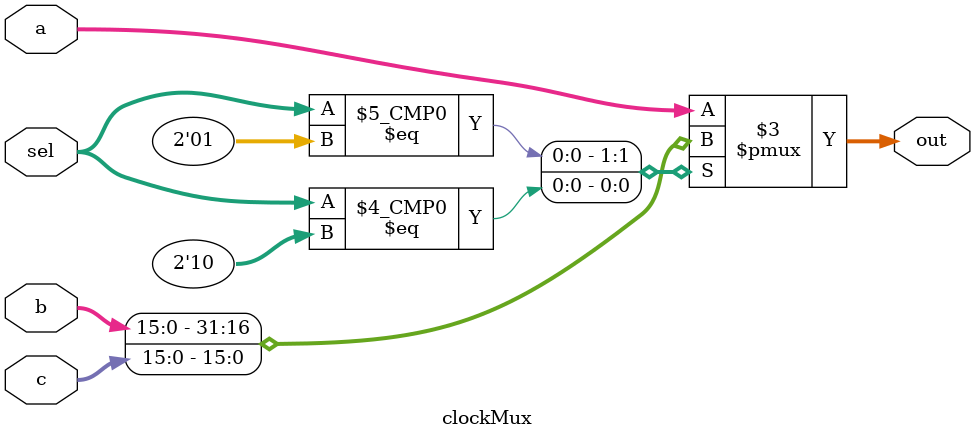
<source format=v>
module clockMux (
	input [15:0] a, b, c,
	input [1:0] sel,
	output reg [15:0] out
);

	always @(*)
		case(sel)
			2'b00: out <= a;
			2'b01: out <= b;
			2'b10: out <= c;
			default: out <= a;
		endcase
endmodule
</source>
